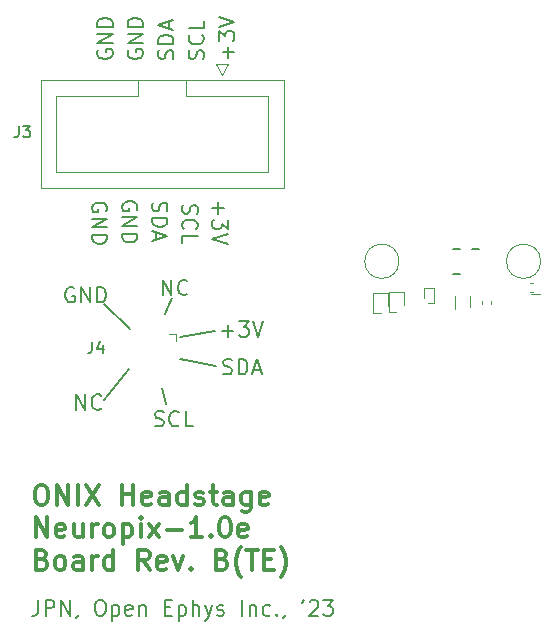
<source format=gbr>
%TF.GenerationSoftware,KiCad,Pcbnew,7.0.6*%
%TF.CreationDate,2023-09-10T10:28:08-04:00*%
%TF.ProjectId,headstage-neuropix1e,68656164-7374-4616-9765-2d6e6575726f,B*%
%TF.SameCoordinates,Original*%
%TF.FileFunction,Legend,Top*%
%TF.FilePolarity,Positive*%
%FSLAX46Y46*%
G04 Gerber Fmt 4.6, Leading zero omitted, Abs format (unit mm)*
G04 Created by KiCad (PCBNEW 7.0.6) date 2023-09-10 10:28:08*
%MOMM*%
%LPD*%
G01*
G04 APERTURE LIST*
%ADD10C,0.150000*%
%ADD11C,0.200000*%
%ADD12C,0.300000*%
%ADD13C,0.120000*%
%ADD14C,0.127000*%
G04 APERTURE END LIST*
D10*
X122500000Y-94440000D02*
X119500000Y-94947500D01*
X113100000Y-100240000D02*
X115200000Y-97640000D01*
X113100000Y-92140000D02*
X115300000Y-94240000D01*
X118000000Y-99240000D02*
X118300000Y-100540000D01*
X118800000Y-91640000D02*
X118200000Y-92940000D01*
X122600000Y-97340000D02*
X119500000Y-96800000D01*
D11*
X119761400Y-83726697D02*
X119699495Y-83912411D01*
X119699495Y-83912411D02*
X119699495Y-84221935D01*
X119699495Y-84221935D02*
X119761400Y-84345744D01*
X119761400Y-84345744D02*
X119823304Y-84407649D01*
X119823304Y-84407649D02*
X119947114Y-84469554D01*
X119947114Y-84469554D02*
X120070923Y-84469554D01*
X120070923Y-84469554D02*
X120194733Y-84407649D01*
X120194733Y-84407649D02*
X120256638Y-84345744D01*
X120256638Y-84345744D02*
X120318542Y-84221935D01*
X120318542Y-84221935D02*
X120380447Y-83974316D01*
X120380447Y-83974316D02*
X120442352Y-83850506D01*
X120442352Y-83850506D02*
X120504257Y-83788601D01*
X120504257Y-83788601D02*
X120628066Y-83726697D01*
X120628066Y-83726697D02*
X120751876Y-83726697D01*
X120751876Y-83726697D02*
X120875685Y-83788601D01*
X120875685Y-83788601D02*
X120937590Y-83850506D01*
X120937590Y-83850506D02*
X120999495Y-83974316D01*
X120999495Y-83974316D02*
X120999495Y-84283839D01*
X120999495Y-84283839D02*
X120937590Y-84469554D01*
X119823304Y-85769553D02*
X119761400Y-85707649D01*
X119761400Y-85707649D02*
X119699495Y-85521934D01*
X119699495Y-85521934D02*
X119699495Y-85398125D01*
X119699495Y-85398125D02*
X119761400Y-85212411D01*
X119761400Y-85212411D02*
X119885209Y-85088601D01*
X119885209Y-85088601D02*
X120009019Y-85026696D01*
X120009019Y-85026696D02*
X120256638Y-84964792D01*
X120256638Y-84964792D02*
X120442352Y-84964792D01*
X120442352Y-84964792D02*
X120689971Y-85026696D01*
X120689971Y-85026696D02*
X120813780Y-85088601D01*
X120813780Y-85088601D02*
X120937590Y-85212411D01*
X120937590Y-85212411D02*
X120999495Y-85398125D01*
X120999495Y-85398125D02*
X120999495Y-85521934D01*
X120999495Y-85521934D02*
X120937590Y-85707649D01*
X120937590Y-85707649D02*
X120875685Y-85769553D01*
X119699495Y-86945744D02*
X119699495Y-86326696D01*
X119699495Y-86326696D02*
X120999495Y-86326696D01*
X107512530Y-117191004D02*
X107512530Y-118119576D01*
X107512530Y-118119576D02*
X107450625Y-118305290D01*
X107450625Y-118305290D02*
X107326816Y-118429100D01*
X107326816Y-118429100D02*
X107141101Y-118491004D01*
X107141101Y-118491004D02*
X107017292Y-118491004D01*
X108131577Y-118491004D02*
X108131577Y-117191004D01*
X108131577Y-117191004D02*
X108626815Y-117191004D01*
X108626815Y-117191004D02*
X108750625Y-117252909D01*
X108750625Y-117252909D02*
X108812530Y-117314814D01*
X108812530Y-117314814D02*
X108874434Y-117438623D01*
X108874434Y-117438623D02*
X108874434Y-117624338D01*
X108874434Y-117624338D02*
X108812530Y-117748147D01*
X108812530Y-117748147D02*
X108750625Y-117810052D01*
X108750625Y-117810052D02*
X108626815Y-117871957D01*
X108626815Y-117871957D02*
X108131577Y-117871957D01*
X109431577Y-118491004D02*
X109431577Y-117191004D01*
X109431577Y-117191004D02*
X110174434Y-118491004D01*
X110174434Y-118491004D02*
X110174434Y-117191004D01*
X110855387Y-118429100D02*
X110855387Y-118491004D01*
X110855387Y-118491004D02*
X110793482Y-118614814D01*
X110793482Y-118614814D02*
X110731578Y-118676719D01*
X112650625Y-117191004D02*
X112898244Y-117191004D01*
X112898244Y-117191004D02*
X113022054Y-117252909D01*
X113022054Y-117252909D02*
X113145863Y-117376719D01*
X113145863Y-117376719D02*
X113207768Y-117624338D01*
X113207768Y-117624338D02*
X113207768Y-118057671D01*
X113207768Y-118057671D02*
X113145863Y-118305290D01*
X113145863Y-118305290D02*
X113022054Y-118429100D01*
X113022054Y-118429100D02*
X112898244Y-118491004D01*
X112898244Y-118491004D02*
X112650625Y-118491004D01*
X112650625Y-118491004D02*
X112526816Y-118429100D01*
X112526816Y-118429100D02*
X112403006Y-118305290D01*
X112403006Y-118305290D02*
X112341102Y-118057671D01*
X112341102Y-118057671D02*
X112341102Y-117624338D01*
X112341102Y-117624338D02*
X112403006Y-117376719D01*
X112403006Y-117376719D02*
X112526816Y-117252909D01*
X112526816Y-117252909D02*
X112650625Y-117191004D01*
X113764911Y-117624338D02*
X113764911Y-118924338D01*
X113764911Y-117686242D02*
X113888721Y-117624338D01*
X113888721Y-117624338D02*
X114136340Y-117624338D01*
X114136340Y-117624338D02*
X114260149Y-117686242D01*
X114260149Y-117686242D02*
X114322054Y-117748147D01*
X114322054Y-117748147D02*
X114383959Y-117871957D01*
X114383959Y-117871957D02*
X114383959Y-118243385D01*
X114383959Y-118243385D02*
X114322054Y-118367195D01*
X114322054Y-118367195D02*
X114260149Y-118429100D01*
X114260149Y-118429100D02*
X114136340Y-118491004D01*
X114136340Y-118491004D02*
X113888721Y-118491004D01*
X113888721Y-118491004D02*
X113764911Y-118429100D01*
X115436339Y-118429100D02*
X115312530Y-118491004D01*
X115312530Y-118491004D02*
X115064911Y-118491004D01*
X115064911Y-118491004D02*
X114941101Y-118429100D01*
X114941101Y-118429100D02*
X114879197Y-118305290D01*
X114879197Y-118305290D02*
X114879197Y-117810052D01*
X114879197Y-117810052D02*
X114941101Y-117686242D01*
X114941101Y-117686242D02*
X115064911Y-117624338D01*
X115064911Y-117624338D02*
X115312530Y-117624338D01*
X115312530Y-117624338D02*
X115436339Y-117686242D01*
X115436339Y-117686242D02*
X115498244Y-117810052D01*
X115498244Y-117810052D02*
X115498244Y-117933861D01*
X115498244Y-117933861D02*
X114879197Y-118057671D01*
X116055387Y-117624338D02*
X116055387Y-118491004D01*
X116055387Y-117748147D02*
X116117292Y-117686242D01*
X116117292Y-117686242D02*
X116241102Y-117624338D01*
X116241102Y-117624338D02*
X116426816Y-117624338D01*
X116426816Y-117624338D02*
X116550625Y-117686242D01*
X116550625Y-117686242D02*
X116612530Y-117810052D01*
X116612530Y-117810052D02*
X116612530Y-118491004D01*
X118222053Y-117810052D02*
X118655387Y-117810052D01*
X118841101Y-118491004D02*
X118222053Y-118491004D01*
X118222053Y-118491004D02*
X118222053Y-117191004D01*
X118222053Y-117191004D02*
X118841101Y-117191004D01*
X119398243Y-117624338D02*
X119398243Y-118924338D01*
X119398243Y-117686242D02*
X119522053Y-117624338D01*
X119522053Y-117624338D02*
X119769672Y-117624338D01*
X119769672Y-117624338D02*
X119893481Y-117686242D01*
X119893481Y-117686242D02*
X119955386Y-117748147D01*
X119955386Y-117748147D02*
X120017291Y-117871957D01*
X120017291Y-117871957D02*
X120017291Y-118243385D01*
X120017291Y-118243385D02*
X119955386Y-118367195D01*
X119955386Y-118367195D02*
X119893481Y-118429100D01*
X119893481Y-118429100D02*
X119769672Y-118491004D01*
X119769672Y-118491004D02*
X119522053Y-118491004D01*
X119522053Y-118491004D02*
X119398243Y-118429100D01*
X120574433Y-118491004D02*
X120574433Y-117191004D01*
X121131576Y-118491004D02*
X121131576Y-117810052D01*
X121131576Y-117810052D02*
X121069671Y-117686242D01*
X121069671Y-117686242D02*
X120945862Y-117624338D01*
X120945862Y-117624338D02*
X120760148Y-117624338D01*
X120760148Y-117624338D02*
X120636338Y-117686242D01*
X120636338Y-117686242D02*
X120574433Y-117748147D01*
X121626814Y-117624338D02*
X121936338Y-118491004D01*
X122245861Y-117624338D02*
X121936338Y-118491004D01*
X121936338Y-118491004D02*
X121812528Y-118800528D01*
X121812528Y-118800528D02*
X121750623Y-118862433D01*
X121750623Y-118862433D02*
X121626814Y-118924338D01*
X122679195Y-118429100D02*
X122803004Y-118491004D01*
X122803004Y-118491004D02*
X123050623Y-118491004D01*
X123050623Y-118491004D02*
X123174433Y-118429100D01*
X123174433Y-118429100D02*
X123236337Y-118305290D01*
X123236337Y-118305290D02*
X123236337Y-118243385D01*
X123236337Y-118243385D02*
X123174433Y-118119576D01*
X123174433Y-118119576D02*
X123050623Y-118057671D01*
X123050623Y-118057671D02*
X122864909Y-118057671D01*
X122864909Y-118057671D02*
X122741099Y-117995766D01*
X122741099Y-117995766D02*
X122679195Y-117871957D01*
X122679195Y-117871957D02*
X122679195Y-117810052D01*
X122679195Y-117810052D02*
X122741099Y-117686242D01*
X122741099Y-117686242D02*
X122864909Y-117624338D01*
X122864909Y-117624338D02*
X123050623Y-117624338D01*
X123050623Y-117624338D02*
X123174433Y-117686242D01*
X124783956Y-118491004D02*
X124783956Y-117191004D01*
X125403004Y-117624338D02*
X125403004Y-118491004D01*
X125403004Y-117748147D02*
X125464909Y-117686242D01*
X125464909Y-117686242D02*
X125588719Y-117624338D01*
X125588719Y-117624338D02*
X125774433Y-117624338D01*
X125774433Y-117624338D02*
X125898242Y-117686242D01*
X125898242Y-117686242D02*
X125960147Y-117810052D01*
X125960147Y-117810052D02*
X125960147Y-118491004D01*
X127136337Y-118429100D02*
X127012528Y-118491004D01*
X127012528Y-118491004D02*
X126764909Y-118491004D01*
X126764909Y-118491004D02*
X126641099Y-118429100D01*
X126641099Y-118429100D02*
X126579194Y-118367195D01*
X126579194Y-118367195D02*
X126517290Y-118243385D01*
X126517290Y-118243385D02*
X126517290Y-117871957D01*
X126517290Y-117871957D02*
X126579194Y-117748147D01*
X126579194Y-117748147D02*
X126641099Y-117686242D01*
X126641099Y-117686242D02*
X126764909Y-117624338D01*
X126764909Y-117624338D02*
X127012528Y-117624338D01*
X127012528Y-117624338D02*
X127136337Y-117686242D01*
X127693480Y-118367195D02*
X127755385Y-118429100D01*
X127755385Y-118429100D02*
X127693480Y-118491004D01*
X127693480Y-118491004D02*
X127631576Y-118429100D01*
X127631576Y-118429100D02*
X127693480Y-118367195D01*
X127693480Y-118367195D02*
X127693480Y-118491004D01*
X128374433Y-118429100D02*
X128374433Y-118491004D01*
X128374433Y-118491004D02*
X128312528Y-118614814D01*
X128312528Y-118614814D02*
X128250624Y-118676719D01*
X129983957Y-117191004D02*
X129860148Y-117438623D01*
X130479196Y-117314814D02*
X130541100Y-117252909D01*
X130541100Y-117252909D02*
X130664910Y-117191004D01*
X130664910Y-117191004D02*
X130974434Y-117191004D01*
X130974434Y-117191004D02*
X131098243Y-117252909D01*
X131098243Y-117252909D02*
X131160148Y-117314814D01*
X131160148Y-117314814D02*
X131222053Y-117438623D01*
X131222053Y-117438623D02*
X131222053Y-117562433D01*
X131222053Y-117562433D02*
X131160148Y-117748147D01*
X131160148Y-117748147D02*
X130417291Y-118491004D01*
X130417291Y-118491004D02*
X131222053Y-118491004D01*
X131655386Y-117191004D02*
X132460148Y-117191004D01*
X132460148Y-117191004D02*
X132026814Y-117686242D01*
X132026814Y-117686242D02*
X132212529Y-117686242D01*
X132212529Y-117686242D02*
X132336338Y-117748147D01*
X132336338Y-117748147D02*
X132398243Y-117810052D01*
X132398243Y-117810052D02*
X132460148Y-117933861D01*
X132460148Y-117933861D02*
X132460148Y-118243385D01*
X132460148Y-118243385D02*
X132398243Y-118367195D01*
X132398243Y-118367195D02*
X132336338Y-118429100D01*
X132336338Y-118429100D02*
X132212529Y-118491004D01*
X132212529Y-118491004D02*
X131841100Y-118491004D01*
X131841100Y-118491004D02*
X131717291Y-118429100D01*
X131717291Y-118429100D02*
X131655386Y-118367195D01*
X112572409Y-70625445D02*
X112510504Y-70749255D01*
X112510504Y-70749255D02*
X112510504Y-70934969D01*
X112510504Y-70934969D02*
X112572409Y-71120683D01*
X112572409Y-71120683D02*
X112696219Y-71244493D01*
X112696219Y-71244493D02*
X112820028Y-71306398D01*
X112820028Y-71306398D02*
X113067647Y-71368302D01*
X113067647Y-71368302D02*
X113253361Y-71368302D01*
X113253361Y-71368302D02*
X113500980Y-71306398D01*
X113500980Y-71306398D02*
X113624790Y-71244493D01*
X113624790Y-71244493D02*
X113748600Y-71120683D01*
X113748600Y-71120683D02*
X113810504Y-70934969D01*
X113810504Y-70934969D02*
X113810504Y-70811160D01*
X113810504Y-70811160D02*
X113748600Y-70625445D01*
X113748600Y-70625445D02*
X113686695Y-70563541D01*
X113686695Y-70563541D02*
X113253361Y-70563541D01*
X113253361Y-70563541D02*
X113253361Y-70811160D01*
X113810504Y-70006398D02*
X112510504Y-70006398D01*
X112510504Y-70006398D02*
X113810504Y-69263541D01*
X113810504Y-69263541D02*
X112510504Y-69263541D01*
X113810504Y-68644493D02*
X112510504Y-68644493D01*
X112510504Y-68644493D02*
X112510504Y-68334969D01*
X112510504Y-68334969D02*
X112572409Y-68149255D01*
X112572409Y-68149255D02*
X112696219Y-68025445D01*
X112696219Y-68025445D02*
X112820028Y-67963540D01*
X112820028Y-67963540D02*
X113067647Y-67901636D01*
X113067647Y-67901636D02*
X113253361Y-67901636D01*
X113253361Y-67901636D02*
X113500980Y-67963540D01*
X113500980Y-67963540D02*
X113624790Y-68025445D01*
X113624790Y-68025445D02*
X113748600Y-68149255D01*
X113748600Y-68149255D02*
X113810504Y-68334969D01*
X113810504Y-68334969D02*
X113810504Y-68644493D01*
X113287590Y-84269554D02*
X113349495Y-84145744D01*
X113349495Y-84145744D02*
X113349495Y-83960030D01*
X113349495Y-83960030D02*
X113287590Y-83774316D01*
X113287590Y-83774316D02*
X113163780Y-83650506D01*
X113163780Y-83650506D02*
X113039971Y-83588601D01*
X113039971Y-83588601D02*
X112792352Y-83526697D01*
X112792352Y-83526697D02*
X112606638Y-83526697D01*
X112606638Y-83526697D02*
X112359019Y-83588601D01*
X112359019Y-83588601D02*
X112235209Y-83650506D01*
X112235209Y-83650506D02*
X112111400Y-83774316D01*
X112111400Y-83774316D02*
X112049495Y-83960030D01*
X112049495Y-83960030D02*
X112049495Y-84083839D01*
X112049495Y-84083839D02*
X112111400Y-84269554D01*
X112111400Y-84269554D02*
X112173304Y-84331458D01*
X112173304Y-84331458D02*
X112606638Y-84331458D01*
X112606638Y-84331458D02*
X112606638Y-84083839D01*
X112049495Y-84888601D02*
X113349495Y-84888601D01*
X113349495Y-84888601D02*
X112049495Y-85631458D01*
X112049495Y-85631458D02*
X113349495Y-85631458D01*
X112049495Y-86250506D02*
X113349495Y-86250506D01*
X113349495Y-86250506D02*
X113349495Y-86560030D01*
X113349495Y-86560030D02*
X113287590Y-86745744D01*
X113287590Y-86745744D02*
X113163780Y-86869554D01*
X113163780Y-86869554D02*
X113039971Y-86931459D01*
X113039971Y-86931459D02*
X112792352Y-86993363D01*
X112792352Y-86993363D02*
X112606638Y-86993363D01*
X112606638Y-86993363D02*
X112359019Y-86931459D01*
X112359019Y-86931459D02*
X112235209Y-86869554D01*
X112235209Y-86869554D02*
X112111400Y-86745744D01*
X112111400Y-86745744D02*
X112049495Y-86560030D01*
X112049495Y-86560030D02*
X112049495Y-86250506D01*
X115147409Y-70625445D02*
X115085504Y-70749255D01*
X115085504Y-70749255D02*
X115085504Y-70934969D01*
X115085504Y-70934969D02*
X115147409Y-71120683D01*
X115147409Y-71120683D02*
X115271219Y-71244493D01*
X115271219Y-71244493D02*
X115395028Y-71306398D01*
X115395028Y-71306398D02*
X115642647Y-71368302D01*
X115642647Y-71368302D02*
X115828361Y-71368302D01*
X115828361Y-71368302D02*
X116075980Y-71306398D01*
X116075980Y-71306398D02*
X116199790Y-71244493D01*
X116199790Y-71244493D02*
X116323600Y-71120683D01*
X116323600Y-71120683D02*
X116385504Y-70934969D01*
X116385504Y-70934969D02*
X116385504Y-70811160D01*
X116385504Y-70811160D02*
X116323600Y-70625445D01*
X116323600Y-70625445D02*
X116261695Y-70563541D01*
X116261695Y-70563541D02*
X115828361Y-70563541D01*
X115828361Y-70563541D02*
X115828361Y-70811160D01*
X116385504Y-70006398D02*
X115085504Y-70006398D01*
X115085504Y-70006398D02*
X116385504Y-69263541D01*
X116385504Y-69263541D02*
X115085504Y-69263541D01*
X116385504Y-68644493D02*
X115085504Y-68644493D01*
X115085504Y-68644493D02*
X115085504Y-68334969D01*
X115085504Y-68334969D02*
X115147409Y-68149255D01*
X115147409Y-68149255D02*
X115271219Y-68025445D01*
X115271219Y-68025445D02*
X115395028Y-67963540D01*
X115395028Y-67963540D02*
X115642647Y-67901636D01*
X115642647Y-67901636D02*
X115828361Y-67901636D01*
X115828361Y-67901636D02*
X116075980Y-67963540D01*
X116075980Y-67963540D02*
X116199790Y-68025445D01*
X116199790Y-68025445D02*
X116323600Y-68149255D01*
X116323600Y-68149255D02*
X116385504Y-68334969D01*
X116385504Y-68334969D02*
X116385504Y-68644493D01*
X123041101Y-94375266D02*
X124031578Y-94375266D01*
X123536339Y-94870504D02*
X123536339Y-93880028D01*
X124526816Y-93570504D02*
X125331578Y-93570504D01*
X125331578Y-93570504D02*
X124898244Y-94065742D01*
X124898244Y-94065742D02*
X125083959Y-94065742D01*
X125083959Y-94065742D02*
X125207768Y-94127647D01*
X125207768Y-94127647D02*
X125269673Y-94189552D01*
X125269673Y-94189552D02*
X125331578Y-94313361D01*
X125331578Y-94313361D02*
X125331578Y-94622885D01*
X125331578Y-94622885D02*
X125269673Y-94746695D01*
X125269673Y-94746695D02*
X125207768Y-94808600D01*
X125207768Y-94808600D02*
X125083959Y-94870504D01*
X125083959Y-94870504D02*
X124712530Y-94870504D01*
X124712530Y-94870504D02*
X124588721Y-94808600D01*
X124588721Y-94808600D02*
X124526816Y-94746695D01*
X125703006Y-93570504D02*
X126136339Y-94870504D01*
X126136339Y-94870504D02*
X126569673Y-93570504D01*
X110741101Y-101070504D02*
X110741101Y-99770504D01*
X110741101Y-99770504D02*
X111483958Y-101070504D01*
X111483958Y-101070504D02*
X111483958Y-99770504D01*
X112845863Y-100946695D02*
X112783959Y-101008600D01*
X112783959Y-101008600D02*
X112598244Y-101070504D01*
X112598244Y-101070504D02*
X112474435Y-101070504D01*
X112474435Y-101070504D02*
X112288721Y-101008600D01*
X112288721Y-101008600D02*
X112164911Y-100884790D01*
X112164911Y-100884790D02*
X112103006Y-100760980D01*
X112103006Y-100760980D02*
X112041102Y-100513361D01*
X112041102Y-100513361D02*
X112041102Y-100327647D01*
X112041102Y-100327647D02*
X112103006Y-100080028D01*
X112103006Y-100080028D02*
X112164911Y-99956219D01*
X112164911Y-99956219D02*
X112288721Y-99832409D01*
X112288721Y-99832409D02*
X112474435Y-99770504D01*
X112474435Y-99770504D02*
X112598244Y-99770504D01*
X112598244Y-99770504D02*
X112783959Y-99832409D01*
X112783959Y-99832409D02*
X112845863Y-99894314D01*
D12*
X107625939Y-107433853D02*
X107949748Y-107433853D01*
X107949748Y-107433853D02*
X108111653Y-107514805D01*
X108111653Y-107514805D02*
X108273558Y-107676710D01*
X108273558Y-107676710D02*
X108354510Y-108000520D01*
X108354510Y-108000520D02*
X108354510Y-108567186D01*
X108354510Y-108567186D02*
X108273558Y-108890996D01*
X108273558Y-108890996D02*
X108111653Y-109052901D01*
X108111653Y-109052901D02*
X107949748Y-109133853D01*
X107949748Y-109133853D02*
X107625939Y-109133853D01*
X107625939Y-109133853D02*
X107464034Y-109052901D01*
X107464034Y-109052901D02*
X107302129Y-108890996D01*
X107302129Y-108890996D02*
X107221177Y-108567186D01*
X107221177Y-108567186D02*
X107221177Y-108000520D01*
X107221177Y-108000520D02*
X107302129Y-107676710D01*
X107302129Y-107676710D02*
X107464034Y-107514805D01*
X107464034Y-107514805D02*
X107625939Y-107433853D01*
X109083081Y-109133853D02*
X109083081Y-107433853D01*
X109083081Y-107433853D02*
X110054510Y-109133853D01*
X110054510Y-109133853D02*
X110054510Y-107433853D01*
X110864033Y-109133853D02*
X110864033Y-107433853D01*
X111511653Y-107433853D02*
X112644986Y-109133853D01*
X112644986Y-107433853D02*
X111511653Y-109133853D01*
X114587843Y-109133853D02*
X114587843Y-107433853D01*
X114587843Y-108243377D02*
X115559272Y-108243377D01*
X115559272Y-109133853D02*
X115559272Y-107433853D01*
X117016414Y-109052901D02*
X116854510Y-109133853D01*
X116854510Y-109133853D02*
X116530700Y-109133853D01*
X116530700Y-109133853D02*
X116368795Y-109052901D01*
X116368795Y-109052901D02*
X116287843Y-108890996D01*
X116287843Y-108890996D02*
X116287843Y-108243377D01*
X116287843Y-108243377D02*
X116368795Y-108081472D01*
X116368795Y-108081472D02*
X116530700Y-108000520D01*
X116530700Y-108000520D02*
X116854510Y-108000520D01*
X116854510Y-108000520D02*
X117016414Y-108081472D01*
X117016414Y-108081472D02*
X117097367Y-108243377D01*
X117097367Y-108243377D02*
X117097367Y-108405281D01*
X117097367Y-108405281D02*
X116287843Y-108567186D01*
X118554510Y-109133853D02*
X118554510Y-108243377D01*
X118554510Y-108243377D02*
X118473557Y-108081472D01*
X118473557Y-108081472D02*
X118311653Y-108000520D01*
X118311653Y-108000520D02*
X117987843Y-108000520D01*
X117987843Y-108000520D02*
X117825938Y-108081472D01*
X118554510Y-109052901D02*
X118392605Y-109133853D01*
X118392605Y-109133853D02*
X117987843Y-109133853D01*
X117987843Y-109133853D02*
X117825938Y-109052901D01*
X117825938Y-109052901D02*
X117744986Y-108890996D01*
X117744986Y-108890996D02*
X117744986Y-108729091D01*
X117744986Y-108729091D02*
X117825938Y-108567186D01*
X117825938Y-108567186D02*
X117987843Y-108486234D01*
X117987843Y-108486234D02*
X118392605Y-108486234D01*
X118392605Y-108486234D02*
X118554510Y-108405281D01*
X120092605Y-109133853D02*
X120092605Y-107433853D01*
X120092605Y-109052901D02*
X119930700Y-109133853D01*
X119930700Y-109133853D02*
X119606891Y-109133853D01*
X119606891Y-109133853D02*
X119444986Y-109052901D01*
X119444986Y-109052901D02*
X119364033Y-108971948D01*
X119364033Y-108971948D02*
X119283081Y-108810043D01*
X119283081Y-108810043D02*
X119283081Y-108324329D01*
X119283081Y-108324329D02*
X119364033Y-108162424D01*
X119364033Y-108162424D02*
X119444986Y-108081472D01*
X119444986Y-108081472D02*
X119606891Y-108000520D01*
X119606891Y-108000520D02*
X119930700Y-108000520D01*
X119930700Y-108000520D02*
X120092605Y-108081472D01*
X120821176Y-109052901D02*
X120983081Y-109133853D01*
X120983081Y-109133853D02*
X121306890Y-109133853D01*
X121306890Y-109133853D02*
X121468795Y-109052901D01*
X121468795Y-109052901D02*
X121549747Y-108890996D01*
X121549747Y-108890996D02*
X121549747Y-108810043D01*
X121549747Y-108810043D02*
X121468795Y-108648139D01*
X121468795Y-108648139D02*
X121306890Y-108567186D01*
X121306890Y-108567186D02*
X121064033Y-108567186D01*
X121064033Y-108567186D02*
X120902128Y-108486234D01*
X120902128Y-108486234D02*
X120821176Y-108324329D01*
X120821176Y-108324329D02*
X120821176Y-108243377D01*
X120821176Y-108243377D02*
X120902128Y-108081472D01*
X120902128Y-108081472D02*
X121064033Y-108000520D01*
X121064033Y-108000520D02*
X121306890Y-108000520D01*
X121306890Y-108000520D02*
X121468795Y-108081472D01*
X122035461Y-108000520D02*
X122683080Y-108000520D01*
X122278318Y-107433853D02*
X122278318Y-108890996D01*
X122278318Y-108890996D02*
X122359271Y-109052901D01*
X122359271Y-109052901D02*
X122521176Y-109133853D01*
X122521176Y-109133853D02*
X122683080Y-109133853D01*
X123978319Y-109133853D02*
X123978319Y-108243377D01*
X123978319Y-108243377D02*
X123897366Y-108081472D01*
X123897366Y-108081472D02*
X123735462Y-108000520D01*
X123735462Y-108000520D02*
X123411652Y-108000520D01*
X123411652Y-108000520D02*
X123249747Y-108081472D01*
X123978319Y-109052901D02*
X123816414Y-109133853D01*
X123816414Y-109133853D02*
X123411652Y-109133853D01*
X123411652Y-109133853D02*
X123249747Y-109052901D01*
X123249747Y-109052901D02*
X123168795Y-108890996D01*
X123168795Y-108890996D02*
X123168795Y-108729091D01*
X123168795Y-108729091D02*
X123249747Y-108567186D01*
X123249747Y-108567186D02*
X123411652Y-108486234D01*
X123411652Y-108486234D02*
X123816414Y-108486234D01*
X123816414Y-108486234D02*
X123978319Y-108405281D01*
X125516414Y-108000520D02*
X125516414Y-109376710D01*
X125516414Y-109376710D02*
X125435461Y-109538615D01*
X125435461Y-109538615D02*
X125354509Y-109619567D01*
X125354509Y-109619567D02*
X125192604Y-109700520D01*
X125192604Y-109700520D02*
X124949747Y-109700520D01*
X124949747Y-109700520D02*
X124787842Y-109619567D01*
X125516414Y-109052901D02*
X125354509Y-109133853D01*
X125354509Y-109133853D02*
X125030700Y-109133853D01*
X125030700Y-109133853D02*
X124868795Y-109052901D01*
X124868795Y-109052901D02*
X124787842Y-108971948D01*
X124787842Y-108971948D02*
X124706890Y-108810043D01*
X124706890Y-108810043D02*
X124706890Y-108324329D01*
X124706890Y-108324329D02*
X124787842Y-108162424D01*
X124787842Y-108162424D02*
X124868795Y-108081472D01*
X124868795Y-108081472D02*
X125030700Y-108000520D01*
X125030700Y-108000520D02*
X125354509Y-108000520D01*
X125354509Y-108000520D02*
X125516414Y-108081472D01*
X126973556Y-109052901D02*
X126811652Y-109133853D01*
X126811652Y-109133853D02*
X126487842Y-109133853D01*
X126487842Y-109133853D02*
X126325937Y-109052901D01*
X126325937Y-109052901D02*
X126244985Y-108890996D01*
X126244985Y-108890996D02*
X126244985Y-108243377D01*
X126244985Y-108243377D02*
X126325937Y-108081472D01*
X126325937Y-108081472D02*
X126487842Y-108000520D01*
X126487842Y-108000520D02*
X126811652Y-108000520D01*
X126811652Y-108000520D02*
X126973556Y-108081472D01*
X126973556Y-108081472D02*
X127054509Y-108243377D01*
X127054509Y-108243377D02*
X127054509Y-108405281D01*
X127054509Y-108405281D02*
X126244985Y-108567186D01*
X107302129Y-111870853D02*
X107302129Y-110170853D01*
X107302129Y-110170853D02*
X108273558Y-111870853D01*
X108273558Y-111870853D02*
X108273558Y-110170853D01*
X109730700Y-111789901D02*
X109568796Y-111870853D01*
X109568796Y-111870853D02*
X109244986Y-111870853D01*
X109244986Y-111870853D02*
X109083081Y-111789901D01*
X109083081Y-111789901D02*
X109002129Y-111627996D01*
X109002129Y-111627996D02*
X109002129Y-110980377D01*
X109002129Y-110980377D02*
X109083081Y-110818472D01*
X109083081Y-110818472D02*
X109244986Y-110737520D01*
X109244986Y-110737520D02*
X109568796Y-110737520D01*
X109568796Y-110737520D02*
X109730700Y-110818472D01*
X109730700Y-110818472D02*
X109811653Y-110980377D01*
X109811653Y-110980377D02*
X109811653Y-111142281D01*
X109811653Y-111142281D02*
X109002129Y-111304186D01*
X111268796Y-110737520D02*
X111268796Y-111870853D01*
X110540224Y-110737520D02*
X110540224Y-111627996D01*
X110540224Y-111627996D02*
X110621177Y-111789901D01*
X110621177Y-111789901D02*
X110783082Y-111870853D01*
X110783082Y-111870853D02*
X111025939Y-111870853D01*
X111025939Y-111870853D02*
X111187843Y-111789901D01*
X111187843Y-111789901D02*
X111268796Y-111708948D01*
X112078319Y-111870853D02*
X112078319Y-110737520D01*
X112078319Y-111061329D02*
X112159272Y-110899424D01*
X112159272Y-110899424D02*
X112240224Y-110818472D01*
X112240224Y-110818472D02*
X112402129Y-110737520D01*
X112402129Y-110737520D02*
X112564034Y-110737520D01*
X113373558Y-111870853D02*
X113211653Y-111789901D01*
X113211653Y-111789901D02*
X113130700Y-111708948D01*
X113130700Y-111708948D02*
X113049748Y-111547043D01*
X113049748Y-111547043D02*
X113049748Y-111061329D01*
X113049748Y-111061329D02*
X113130700Y-110899424D01*
X113130700Y-110899424D02*
X113211653Y-110818472D01*
X113211653Y-110818472D02*
X113373558Y-110737520D01*
X113373558Y-110737520D02*
X113616415Y-110737520D01*
X113616415Y-110737520D02*
X113778319Y-110818472D01*
X113778319Y-110818472D02*
X113859272Y-110899424D01*
X113859272Y-110899424D02*
X113940224Y-111061329D01*
X113940224Y-111061329D02*
X113940224Y-111547043D01*
X113940224Y-111547043D02*
X113859272Y-111708948D01*
X113859272Y-111708948D02*
X113778319Y-111789901D01*
X113778319Y-111789901D02*
X113616415Y-111870853D01*
X113616415Y-111870853D02*
X113373558Y-111870853D01*
X114668795Y-110737520D02*
X114668795Y-112437520D01*
X114668795Y-110818472D02*
X114830700Y-110737520D01*
X114830700Y-110737520D02*
X115154510Y-110737520D01*
X115154510Y-110737520D02*
X115316414Y-110818472D01*
X115316414Y-110818472D02*
X115397367Y-110899424D01*
X115397367Y-110899424D02*
X115478319Y-111061329D01*
X115478319Y-111061329D02*
X115478319Y-111547043D01*
X115478319Y-111547043D02*
X115397367Y-111708948D01*
X115397367Y-111708948D02*
X115316414Y-111789901D01*
X115316414Y-111789901D02*
X115154510Y-111870853D01*
X115154510Y-111870853D02*
X114830700Y-111870853D01*
X114830700Y-111870853D02*
X114668795Y-111789901D01*
X116206890Y-111870853D02*
X116206890Y-110737520D01*
X116206890Y-110170853D02*
X116125938Y-110251805D01*
X116125938Y-110251805D02*
X116206890Y-110332758D01*
X116206890Y-110332758D02*
X116287843Y-110251805D01*
X116287843Y-110251805D02*
X116206890Y-110170853D01*
X116206890Y-110170853D02*
X116206890Y-110332758D01*
X116854510Y-111870853D02*
X117744986Y-110737520D01*
X116854510Y-110737520D02*
X117744986Y-111870853D01*
X118392604Y-111223234D02*
X119687843Y-111223234D01*
X121387843Y-111870853D02*
X120416414Y-111870853D01*
X120902128Y-111870853D02*
X120902128Y-110170853D01*
X120902128Y-110170853D02*
X120740224Y-110413710D01*
X120740224Y-110413710D02*
X120578319Y-110575615D01*
X120578319Y-110575615D02*
X120416414Y-110656567D01*
X122116414Y-111708948D02*
X122197367Y-111789901D01*
X122197367Y-111789901D02*
X122116414Y-111870853D01*
X122116414Y-111870853D02*
X122035462Y-111789901D01*
X122035462Y-111789901D02*
X122116414Y-111708948D01*
X122116414Y-111708948D02*
X122116414Y-111870853D01*
X123249748Y-110170853D02*
X123411653Y-110170853D01*
X123411653Y-110170853D02*
X123573557Y-110251805D01*
X123573557Y-110251805D02*
X123654510Y-110332758D01*
X123654510Y-110332758D02*
X123735462Y-110494662D01*
X123735462Y-110494662D02*
X123816415Y-110818472D01*
X123816415Y-110818472D02*
X123816415Y-111223234D01*
X123816415Y-111223234D02*
X123735462Y-111547043D01*
X123735462Y-111547043D02*
X123654510Y-111708948D01*
X123654510Y-111708948D02*
X123573557Y-111789901D01*
X123573557Y-111789901D02*
X123411653Y-111870853D01*
X123411653Y-111870853D02*
X123249748Y-111870853D01*
X123249748Y-111870853D02*
X123087843Y-111789901D01*
X123087843Y-111789901D02*
X123006891Y-111708948D01*
X123006891Y-111708948D02*
X122925938Y-111547043D01*
X122925938Y-111547043D02*
X122844986Y-111223234D01*
X122844986Y-111223234D02*
X122844986Y-110818472D01*
X122844986Y-110818472D02*
X122925938Y-110494662D01*
X122925938Y-110494662D02*
X123006891Y-110332758D01*
X123006891Y-110332758D02*
X123087843Y-110251805D01*
X123087843Y-110251805D02*
X123249748Y-110170853D01*
X125192605Y-111789901D02*
X125030701Y-111870853D01*
X125030701Y-111870853D02*
X124706891Y-111870853D01*
X124706891Y-111870853D02*
X124544986Y-111789901D01*
X124544986Y-111789901D02*
X124464034Y-111627996D01*
X124464034Y-111627996D02*
X124464034Y-110980377D01*
X124464034Y-110980377D02*
X124544986Y-110818472D01*
X124544986Y-110818472D02*
X124706891Y-110737520D01*
X124706891Y-110737520D02*
X125030701Y-110737520D01*
X125030701Y-110737520D02*
X125192605Y-110818472D01*
X125192605Y-110818472D02*
X125273558Y-110980377D01*
X125273558Y-110980377D02*
X125273558Y-111142281D01*
X125273558Y-111142281D02*
X124464034Y-111304186D01*
X107868796Y-113717377D02*
X108111653Y-113798329D01*
X108111653Y-113798329D02*
X108192606Y-113879281D01*
X108192606Y-113879281D02*
X108273558Y-114041186D01*
X108273558Y-114041186D02*
X108273558Y-114284043D01*
X108273558Y-114284043D02*
X108192606Y-114445948D01*
X108192606Y-114445948D02*
X108111653Y-114526901D01*
X108111653Y-114526901D02*
X107949748Y-114607853D01*
X107949748Y-114607853D02*
X107302129Y-114607853D01*
X107302129Y-114607853D02*
X107302129Y-112907853D01*
X107302129Y-112907853D02*
X107868796Y-112907853D01*
X107868796Y-112907853D02*
X108030701Y-112988805D01*
X108030701Y-112988805D02*
X108111653Y-113069758D01*
X108111653Y-113069758D02*
X108192606Y-113231662D01*
X108192606Y-113231662D02*
X108192606Y-113393567D01*
X108192606Y-113393567D02*
X108111653Y-113555472D01*
X108111653Y-113555472D02*
X108030701Y-113636424D01*
X108030701Y-113636424D02*
X107868796Y-113717377D01*
X107868796Y-113717377D02*
X107302129Y-113717377D01*
X109244987Y-114607853D02*
X109083082Y-114526901D01*
X109083082Y-114526901D02*
X109002129Y-114445948D01*
X109002129Y-114445948D02*
X108921177Y-114284043D01*
X108921177Y-114284043D02*
X108921177Y-113798329D01*
X108921177Y-113798329D02*
X109002129Y-113636424D01*
X109002129Y-113636424D02*
X109083082Y-113555472D01*
X109083082Y-113555472D02*
X109244987Y-113474520D01*
X109244987Y-113474520D02*
X109487844Y-113474520D01*
X109487844Y-113474520D02*
X109649748Y-113555472D01*
X109649748Y-113555472D02*
X109730701Y-113636424D01*
X109730701Y-113636424D02*
X109811653Y-113798329D01*
X109811653Y-113798329D02*
X109811653Y-114284043D01*
X109811653Y-114284043D02*
X109730701Y-114445948D01*
X109730701Y-114445948D02*
X109649748Y-114526901D01*
X109649748Y-114526901D02*
X109487844Y-114607853D01*
X109487844Y-114607853D02*
X109244987Y-114607853D01*
X111268796Y-114607853D02*
X111268796Y-113717377D01*
X111268796Y-113717377D02*
X111187843Y-113555472D01*
X111187843Y-113555472D02*
X111025939Y-113474520D01*
X111025939Y-113474520D02*
X110702129Y-113474520D01*
X110702129Y-113474520D02*
X110540224Y-113555472D01*
X111268796Y-114526901D02*
X111106891Y-114607853D01*
X111106891Y-114607853D02*
X110702129Y-114607853D01*
X110702129Y-114607853D02*
X110540224Y-114526901D01*
X110540224Y-114526901D02*
X110459272Y-114364996D01*
X110459272Y-114364996D02*
X110459272Y-114203091D01*
X110459272Y-114203091D02*
X110540224Y-114041186D01*
X110540224Y-114041186D02*
X110702129Y-113960234D01*
X110702129Y-113960234D02*
X111106891Y-113960234D01*
X111106891Y-113960234D02*
X111268796Y-113879281D01*
X112078319Y-114607853D02*
X112078319Y-113474520D01*
X112078319Y-113798329D02*
X112159272Y-113636424D01*
X112159272Y-113636424D02*
X112240224Y-113555472D01*
X112240224Y-113555472D02*
X112402129Y-113474520D01*
X112402129Y-113474520D02*
X112564034Y-113474520D01*
X113859272Y-114607853D02*
X113859272Y-112907853D01*
X113859272Y-114526901D02*
X113697367Y-114607853D01*
X113697367Y-114607853D02*
X113373558Y-114607853D01*
X113373558Y-114607853D02*
X113211653Y-114526901D01*
X113211653Y-114526901D02*
X113130700Y-114445948D01*
X113130700Y-114445948D02*
X113049748Y-114284043D01*
X113049748Y-114284043D02*
X113049748Y-113798329D01*
X113049748Y-113798329D02*
X113130700Y-113636424D01*
X113130700Y-113636424D02*
X113211653Y-113555472D01*
X113211653Y-113555472D02*
X113373558Y-113474520D01*
X113373558Y-113474520D02*
X113697367Y-113474520D01*
X113697367Y-113474520D02*
X113859272Y-113555472D01*
X116935462Y-114607853D02*
X116368795Y-113798329D01*
X115964033Y-114607853D02*
X115964033Y-112907853D01*
X115964033Y-112907853D02*
X116611652Y-112907853D01*
X116611652Y-112907853D02*
X116773557Y-112988805D01*
X116773557Y-112988805D02*
X116854510Y-113069758D01*
X116854510Y-113069758D02*
X116935462Y-113231662D01*
X116935462Y-113231662D02*
X116935462Y-113474520D01*
X116935462Y-113474520D02*
X116854510Y-113636424D01*
X116854510Y-113636424D02*
X116773557Y-113717377D01*
X116773557Y-113717377D02*
X116611652Y-113798329D01*
X116611652Y-113798329D02*
X115964033Y-113798329D01*
X118311652Y-114526901D02*
X118149748Y-114607853D01*
X118149748Y-114607853D02*
X117825938Y-114607853D01*
X117825938Y-114607853D02*
X117664033Y-114526901D01*
X117664033Y-114526901D02*
X117583081Y-114364996D01*
X117583081Y-114364996D02*
X117583081Y-113717377D01*
X117583081Y-113717377D02*
X117664033Y-113555472D01*
X117664033Y-113555472D02*
X117825938Y-113474520D01*
X117825938Y-113474520D02*
X118149748Y-113474520D01*
X118149748Y-113474520D02*
X118311652Y-113555472D01*
X118311652Y-113555472D02*
X118392605Y-113717377D01*
X118392605Y-113717377D02*
X118392605Y-113879281D01*
X118392605Y-113879281D02*
X117583081Y-114041186D01*
X118959272Y-113474520D02*
X119364034Y-114607853D01*
X119364034Y-114607853D02*
X119768795Y-113474520D01*
X120416414Y-114445948D02*
X120497367Y-114526901D01*
X120497367Y-114526901D02*
X120416414Y-114607853D01*
X120416414Y-114607853D02*
X120335462Y-114526901D01*
X120335462Y-114526901D02*
X120416414Y-114445948D01*
X120416414Y-114445948D02*
X120416414Y-114607853D01*
X123087843Y-113717377D02*
X123330700Y-113798329D01*
X123330700Y-113798329D02*
X123411653Y-113879281D01*
X123411653Y-113879281D02*
X123492605Y-114041186D01*
X123492605Y-114041186D02*
X123492605Y-114284043D01*
X123492605Y-114284043D02*
X123411653Y-114445948D01*
X123411653Y-114445948D02*
X123330700Y-114526901D01*
X123330700Y-114526901D02*
X123168795Y-114607853D01*
X123168795Y-114607853D02*
X122521176Y-114607853D01*
X122521176Y-114607853D02*
X122521176Y-112907853D01*
X122521176Y-112907853D02*
X123087843Y-112907853D01*
X123087843Y-112907853D02*
X123249748Y-112988805D01*
X123249748Y-112988805D02*
X123330700Y-113069758D01*
X123330700Y-113069758D02*
X123411653Y-113231662D01*
X123411653Y-113231662D02*
X123411653Y-113393567D01*
X123411653Y-113393567D02*
X123330700Y-113555472D01*
X123330700Y-113555472D02*
X123249748Y-113636424D01*
X123249748Y-113636424D02*
X123087843Y-113717377D01*
X123087843Y-113717377D02*
X122521176Y-113717377D01*
X124706891Y-115255472D02*
X124625938Y-115174520D01*
X124625938Y-115174520D02*
X124464034Y-114931662D01*
X124464034Y-114931662D02*
X124383081Y-114769758D01*
X124383081Y-114769758D02*
X124302129Y-114526901D01*
X124302129Y-114526901D02*
X124221176Y-114122139D01*
X124221176Y-114122139D02*
X124221176Y-113798329D01*
X124221176Y-113798329D02*
X124302129Y-113393567D01*
X124302129Y-113393567D02*
X124383081Y-113150710D01*
X124383081Y-113150710D02*
X124464034Y-112988805D01*
X124464034Y-112988805D02*
X124625938Y-112745948D01*
X124625938Y-112745948D02*
X124706891Y-112664996D01*
X125111652Y-112907853D02*
X126083081Y-112907853D01*
X125597367Y-114607853D02*
X125597367Y-112907853D01*
X126649747Y-113717377D02*
X127216414Y-113717377D01*
X127459271Y-114607853D02*
X126649747Y-114607853D01*
X126649747Y-114607853D02*
X126649747Y-112907853D01*
X126649747Y-112907853D02*
X127459271Y-112907853D01*
X128025938Y-115255472D02*
X128106890Y-115174520D01*
X128106890Y-115174520D02*
X128268795Y-114931662D01*
X128268795Y-114931662D02*
X128349747Y-114769758D01*
X128349747Y-114769758D02*
X128430700Y-114526901D01*
X128430700Y-114526901D02*
X128511652Y-114122139D01*
X128511652Y-114122139D02*
X128511652Y-113798329D01*
X128511652Y-113798329D02*
X128430700Y-113393567D01*
X128430700Y-113393567D02*
X128349747Y-113150710D01*
X128349747Y-113150710D02*
X128268795Y-112988805D01*
X128268795Y-112988805D02*
X128106890Y-112745948D01*
X128106890Y-112745948D02*
X128025938Y-112664996D01*
D11*
X117379197Y-102408600D02*
X117564911Y-102470504D01*
X117564911Y-102470504D02*
X117874435Y-102470504D01*
X117874435Y-102470504D02*
X117998244Y-102408600D01*
X117998244Y-102408600D02*
X118060149Y-102346695D01*
X118060149Y-102346695D02*
X118122054Y-102222885D01*
X118122054Y-102222885D02*
X118122054Y-102099076D01*
X118122054Y-102099076D02*
X118060149Y-101975266D01*
X118060149Y-101975266D02*
X117998244Y-101913361D01*
X117998244Y-101913361D02*
X117874435Y-101851457D01*
X117874435Y-101851457D02*
X117626816Y-101789552D01*
X117626816Y-101789552D02*
X117503006Y-101727647D01*
X117503006Y-101727647D02*
X117441101Y-101665742D01*
X117441101Y-101665742D02*
X117379197Y-101541933D01*
X117379197Y-101541933D02*
X117379197Y-101418123D01*
X117379197Y-101418123D02*
X117441101Y-101294314D01*
X117441101Y-101294314D02*
X117503006Y-101232409D01*
X117503006Y-101232409D02*
X117626816Y-101170504D01*
X117626816Y-101170504D02*
X117936339Y-101170504D01*
X117936339Y-101170504D02*
X118122054Y-101232409D01*
X119422053Y-102346695D02*
X119360149Y-102408600D01*
X119360149Y-102408600D02*
X119174434Y-102470504D01*
X119174434Y-102470504D02*
X119050625Y-102470504D01*
X119050625Y-102470504D02*
X118864911Y-102408600D01*
X118864911Y-102408600D02*
X118741101Y-102284790D01*
X118741101Y-102284790D02*
X118679196Y-102160980D01*
X118679196Y-102160980D02*
X118617292Y-101913361D01*
X118617292Y-101913361D02*
X118617292Y-101727647D01*
X118617292Y-101727647D02*
X118679196Y-101480028D01*
X118679196Y-101480028D02*
X118741101Y-101356219D01*
X118741101Y-101356219D02*
X118864911Y-101232409D01*
X118864911Y-101232409D02*
X119050625Y-101170504D01*
X119050625Y-101170504D02*
X119174434Y-101170504D01*
X119174434Y-101170504D02*
X119360149Y-101232409D01*
X119360149Y-101232409D02*
X119422053Y-101294314D01*
X120598244Y-102470504D02*
X119979196Y-102470504D01*
X119979196Y-102470504D02*
X119979196Y-101170504D01*
X118898600Y-71368302D02*
X118960504Y-71182588D01*
X118960504Y-71182588D02*
X118960504Y-70873064D01*
X118960504Y-70873064D02*
X118898600Y-70749255D01*
X118898600Y-70749255D02*
X118836695Y-70687350D01*
X118836695Y-70687350D02*
X118712885Y-70625445D01*
X118712885Y-70625445D02*
X118589076Y-70625445D01*
X118589076Y-70625445D02*
X118465266Y-70687350D01*
X118465266Y-70687350D02*
X118403361Y-70749255D01*
X118403361Y-70749255D02*
X118341457Y-70873064D01*
X118341457Y-70873064D02*
X118279552Y-71120683D01*
X118279552Y-71120683D02*
X118217647Y-71244493D01*
X118217647Y-71244493D02*
X118155742Y-71306398D01*
X118155742Y-71306398D02*
X118031933Y-71368302D01*
X118031933Y-71368302D02*
X117908123Y-71368302D01*
X117908123Y-71368302D02*
X117784314Y-71306398D01*
X117784314Y-71306398D02*
X117722409Y-71244493D01*
X117722409Y-71244493D02*
X117660504Y-71120683D01*
X117660504Y-71120683D02*
X117660504Y-70811160D01*
X117660504Y-70811160D02*
X117722409Y-70625445D01*
X118960504Y-70068303D02*
X117660504Y-70068303D01*
X117660504Y-70068303D02*
X117660504Y-69758779D01*
X117660504Y-69758779D02*
X117722409Y-69573065D01*
X117722409Y-69573065D02*
X117846219Y-69449255D01*
X117846219Y-69449255D02*
X117970028Y-69387350D01*
X117970028Y-69387350D02*
X118217647Y-69325446D01*
X118217647Y-69325446D02*
X118403361Y-69325446D01*
X118403361Y-69325446D02*
X118650980Y-69387350D01*
X118650980Y-69387350D02*
X118774790Y-69449255D01*
X118774790Y-69449255D02*
X118898600Y-69573065D01*
X118898600Y-69573065D02*
X118960504Y-69758779D01*
X118960504Y-69758779D02*
X118960504Y-70068303D01*
X118589076Y-68830207D02*
X118589076Y-68211160D01*
X118960504Y-68954017D02*
X117660504Y-68520684D01*
X117660504Y-68520684D02*
X118960504Y-68087350D01*
X123179197Y-98008600D02*
X123364911Y-98070504D01*
X123364911Y-98070504D02*
X123674435Y-98070504D01*
X123674435Y-98070504D02*
X123798244Y-98008600D01*
X123798244Y-98008600D02*
X123860149Y-97946695D01*
X123860149Y-97946695D02*
X123922054Y-97822885D01*
X123922054Y-97822885D02*
X123922054Y-97699076D01*
X123922054Y-97699076D02*
X123860149Y-97575266D01*
X123860149Y-97575266D02*
X123798244Y-97513361D01*
X123798244Y-97513361D02*
X123674435Y-97451457D01*
X123674435Y-97451457D02*
X123426816Y-97389552D01*
X123426816Y-97389552D02*
X123303006Y-97327647D01*
X123303006Y-97327647D02*
X123241101Y-97265742D01*
X123241101Y-97265742D02*
X123179197Y-97141933D01*
X123179197Y-97141933D02*
X123179197Y-97018123D01*
X123179197Y-97018123D02*
X123241101Y-96894314D01*
X123241101Y-96894314D02*
X123303006Y-96832409D01*
X123303006Y-96832409D02*
X123426816Y-96770504D01*
X123426816Y-96770504D02*
X123736339Y-96770504D01*
X123736339Y-96770504D02*
X123922054Y-96832409D01*
X124479196Y-98070504D02*
X124479196Y-96770504D01*
X124479196Y-96770504D02*
X124788720Y-96770504D01*
X124788720Y-96770504D02*
X124974434Y-96832409D01*
X124974434Y-96832409D02*
X125098244Y-96956219D01*
X125098244Y-96956219D02*
X125160149Y-97080028D01*
X125160149Y-97080028D02*
X125222053Y-97327647D01*
X125222053Y-97327647D02*
X125222053Y-97513361D01*
X125222053Y-97513361D02*
X125160149Y-97760980D01*
X125160149Y-97760980D02*
X125098244Y-97884790D01*
X125098244Y-97884790D02*
X124974434Y-98008600D01*
X124974434Y-98008600D02*
X124788720Y-98070504D01*
X124788720Y-98070504D02*
X124479196Y-98070504D01*
X125717292Y-97699076D02*
X126336339Y-97699076D01*
X125593482Y-98070504D02*
X126026815Y-96770504D01*
X126026815Y-96770504D02*
X126460149Y-98070504D01*
X118041101Y-91370504D02*
X118041101Y-90070504D01*
X118041101Y-90070504D02*
X118783958Y-91370504D01*
X118783958Y-91370504D02*
X118783958Y-90070504D01*
X120145863Y-91246695D02*
X120083959Y-91308600D01*
X120083959Y-91308600D02*
X119898244Y-91370504D01*
X119898244Y-91370504D02*
X119774435Y-91370504D01*
X119774435Y-91370504D02*
X119588721Y-91308600D01*
X119588721Y-91308600D02*
X119464911Y-91184790D01*
X119464911Y-91184790D02*
X119403006Y-91060980D01*
X119403006Y-91060980D02*
X119341102Y-90813361D01*
X119341102Y-90813361D02*
X119341102Y-90627647D01*
X119341102Y-90627647D02*
X119403006Y-90380028D01*
X119403006Y-90380028D02*
X119464911Y-90256219D01*
X119464911Y-90256219D02*
X119588721Y-90132409D01*
X119588721Y-90132409D02*
X119774435Y-90070504D01*
X119774435Y-90070504D02*
X119898244Y-90070504D01*
X119898244Y-90070504D02*
X120083959Y-90132409D01*
X120083959Y-90132409D02*
X120145863Y-90194314D01*
X110522054Y-90732409D02*
X110398244Y-90670504D01*
X110398244Y-90670504D02*
X110212530Y-90670504D01*
X110212530Y-90670504D02*
X110026816Y-90732409D01*
X110026816Y-90732409D02*
X109903006Y-90856219D01*
X109903006Y-90856219D02*
X109841101Y-90980028D01*
X109841101Y-90980028D02*
X109779197Y-91227647D01*
X109779197Y-91227647D02*
X109779197Y-91413361D01*
X109779197Y-91413361D02*
X109841101Y-91660980D01*
X109841101Y-91660980D02*
X109903006Y-91784790D01*
X109903006Y-91784790D02*
X110026816Y-91908600D01*
X110026816Y-91908600D02*
X110212530Y-91970504D01*
X110212530Y-91970504D02*
X110336339Y-91970504D01*
X110336339Y-91970504D02*
X110522054Y-91908600D01*
X110522054Y-91908600D02*
X110583958Y-91846695D01*
X110583958Y-91846695D02*
X110583958Y-91413361D01*
X110583958Y-91413361D02*
X110336339Y-91413361D01*
X111141101Y-91970504D02*
X111141101Y-90670504D01*
X111141101Y-90670504D02*
X111883958Y-91970504D01*
X111883958Y-91970504D02*
X111883958Y-90670504D01*
X112503006Y-91970504D02*
X112503006Y-90670504D01*
X112503006Y-90670504D02*
X112812530Y-90670504D01*
X112812530Y-90670504D02*
X112998244Y-90732409D01*
X112998244Y-90732409D02*
X113122054Y-90856219D01*
X113122054Y-90856219D02*
X113183959Y-90980028D01*
X113183959Y-90980028D02*
X113245863Y-91227647D01*
X113245863Y-91227647D02*
X113245863Y-91413361D01*
X113245863Y-91413361D02*
X113183959Y-91660980D01*
X113183959Y-91660980D02*
X113122054Y-91784790D01*
X113122054Y-91784790D02*
X112998244Y-91908600D01*
X112998244Y-91908600D02*
X112812530Y-91970504D01*
X112812530Y-91970504D02*
X112503006Y-91970504D01*
X123615266Y-71306398D02*
X123615266Y-70315922D01*
X124110504Y-70811160D02*
X123120028Y-70811160D01*
X122810504Y-69820683D02*
X122810504Y-69015921D01*
X122810504Y-69015921D02*
X123305742Y-69449255D01*
X123305742Y-69449255D02*
X123305742Y-69263540D01*
X123305742Y-69263540D02*
X123367647Y-69139731D01*
X123367647Y-69139731D02*
X123429552Y-69077826D01*
X123429552Y-69077826D02*
X123553361Y-69015921D01*
X123553361Y-69015921D02*
X123862885Y-69015921D01*
X123862885Y-69015921D02*
X123986695Y-69077826D01*
X123986695Y-69077826D02*
X124048600Y-69139731D01*
X124048600Y-69139731D02*
X124110504Y-69263540D01*
X124110504Y-69263540D02*
X124110504Y-69634969D01*
X124110504Y-69634969D02*
X124048600Y-69758778D01*
X124048600Y-69758778D02*
X123986695Y-69820683D01*
X122810504Y-68644493D02*
X124110504Y-68211160D01*
X124110504Y-68211160D02*
X122810504Y-67777826D01*
X117211400Y-83526697D02*
X117149495Y-83712411D01*
X117149495Y-83712411D02*
X117149495Y-84021935D01*
X117149495Y-84021935D02*
X117211400Y-84145744D01*
X117211400Y-84145744D02*
X117273304Y-84207649D01*
X117273304Y-84207649D02*
X117397114Y-84269554D01*
X117397114Y-84269554D02*
X117520923Y-84269554D01*
X117520923Y-84269554D02*
X117644733Y-84207649D01*
X117644733Y-84207649D02*
X117706638Y-84145744D01*
X117706638Y-84145744D02*
X117768542Y-84021935D01*
X117768542Y-84021935D02*
X117830447Y-83774316D01*
X117830447Y-83774316D02*
X117892352Y-83650506D01*
X117892352Y-83650506D02*
X117954257Y-83588601D01*
X117954257Y-83588601D02*
X118078066Y-83526697D01*
X118078066Y-83526697D02*
X118201876Y-83526697D01*
X118201876Y-83526697D02*
X118325685Y-83588601D01*
X118325685Y-83588601D02*
X118387590Y-83650506D01*
X118387590Y-83650506D02*
X118449495Y-83774316D01*
X118449495Y-83774316D02*
X118449495Y-84083839D01*
X118449495Y-84083839D02*
X118387590Y-84269554D01*
X117149495Y-84826696D02*
X118449495Y-84826696D01*
X118449495Y-84826696D02*
X118449495Y-85136220D01*
X118449495Y-85136220D02*
X118387590Y-85321934D01*
X118387590Y-85321934D02*
X118263780Y-85445744D01*
X118263780Y-85445744D02*
X118139971Y-85507649D01*
X118139971Y-85507649D02*
X117892352Y-85569553D01*
X117892352Y-85569553D02*
X117706638Y-85569553D01*
X117706638Y-85569553D02*
X117459019Y-85507649D01*
X117459019Y-85507649D02*
X117335209Y-85445744D01*
X117335209Y-85445744D02*
X117211400Y-85321934D01*
X117211400Y-85321934D02*
X117149495Y-85136220D01*
X117149495Y-85136220D02*
X117149495Y-84826696D01*
X117520923Y-86064792D02*
X117520923Y-86683839D01*
X117149495Y-85940982D02*
X118449495Y-86374315D01*
X118449495Y-86374315D02*
X117149495Y-86807649D01*
X115837590Y-84169554D02*
X115899495Y-84045744D01*
X115899495Y-84045744D02*
X115899495Y-83860030D01*
X115899495Y-83860030D02*
X115837590Y-83674316D01*
X115837590Y-83674316D02*
X115713780Y-83550506D01*
X115713780Y-83550506D02*
X115589971Y-83488601D01*
X115589971Y-83488601D02*
X115342352Y-83426697D01*
X115342352Y-83426697D02*
X115156638Y-83426697D01*
X115156638Y-83426697D02*
X114909019Y-83488601D01*
X114909019Y-83488601D02*
X114785209Y-83550506D01*
X114785209Y-83550506D02*
X114661400Y-83674316D01*
X114661400Y-83674316D02*
X114599495Y-83860030D01*
X114599495Y-83860030D02*
X114599495Y-83983839D01*
X114599495Y-83983839D02*
X114661400Y-84169554D01*
X114661400Y-84169554D02*
X114723304Y-84231458D01*
X114723304Y-84231458D02*
X115156638Y-84231458D01*
X115156638Y-84231458D02*
X115156638Y-83983839D01*
X114599495Y-84788601D02*
X115899495Y-84788601D01*
X115899495Y-84788601D02*
X114599495Y-85531458D01*
X114599495Y-85531458D02*
X115899495Y-85531458D01*
X114599495Y-86150506D02*
X115899495Y-86150506D01*
X115899495Y-86150506D02*
X115899495Y-86460030D01*
X115899495Y-86460030D02*
X115837590Y-86645744D01*
X115837590Y-86645744D02*
X115713780Y-86769554D01*
X115713780Y-86769554D02*
X115589971Y-86831459D01*
X115589971Y-86831459D02*
X115342352Y-86893363D01*
X115342352Y-86893363D02*
X115156638Y-86893363D01*
X115156638Y-86893363D02*
X114909019Y-86831459D01*
X114909019Y-86831459D02*
X114785209Y-86769554D01*
X114785209Y-86769554D02*
X114661400Y-86645744D01*
X114661400Y-86645744D02*
X114599495Y-86460030D01*
X114599495Y-86460030D02*
X114599495Y-86150506D01*
X122744733Y-83488601D02*
X122744733Y-84479078D01*
X122249495Y-83983839D02*
X123239971Y-83983839D01*
X123549495Y-84974316D02*
X123549495Y-85779078D01*
X123549495Y-85779078D02*
X123054257Y-85345744D01*
X123054257Y-85345744D02*
X123054257Y-85531459D01*
X123054257Y-85531459D02*
X122992352Y-85655268D01*
X122992352Y-85655268D02*
X122930447Y-85717173D01*
X122930447Y-85717173D02*
X122806638Y-85779078D01*
X122806638Y-85779078D02*
X122497114Y-85779078D01*
X122497114Y-85779078D02*
X122373304Y-85717173D01*
X122373304Y-85717173D02*
X122311400Y-85655268D01*
X122311400Y-85655268D02*
X122249495Y-85531459D01*
X122249495Y-85531459D02*
X122249495Y-85160030D01*
X122249495Y-85160030D02*
X122311400Y-85036221D01*
X122311400Y-85036221D02*
X122373304Y-84974316D01*
X123549495Y-86150506D02*
X122249495Y-86583839D01*
X122249495Y-86583839D02*
X123549495Y-87017173D01*
X121473600Y-71368302D02*
X121535504Y-71182588D01*
X121535504Y-71182588D02*
X121535504Y-70873064D01*
X121535504Y-70873064D02*
X121473600Y-70749255D01*
X121473600Y-70749255D02*
X121411695Y-70687350D01*
X121411695Y-70687350D02*
X121287885Y-70625445D01*
X121287885Y-70625445D02*
X121164076Y-70625445D01*
X121164076Y-70625445D02*
X121040266Y-70687350D01*
X121040266Y-70687350D02*
X120978361Y-70749255D01*
X120978361Y-70749255D02*
X120916457Y-70873064D01*
X120916457Y-70873064D02*
X120854552Y-71120683D01*
X120854552Y-71120683D02*
X120792647Y-71244493D01*
X120792647Y-71244493D02*
X120730742Y-71306398D01*
X120730742Y-71306398D02*
X120606933Y-71368302D01*
X120606933Y-71368302D02*
X120483123Y-71368302D01*
X120483123Y-71368302D02*
X120359314Y-71306398D01*
X120359314Y-71306398D02*
X120297409Y-71244493D01*
X120297409Y-71244493D02*
X120235504Y-71120683D01*
X120235504Y-71120683D02*
X120235504Y-70811160D01*
X120235504Y-70811160D02*
X120297409Y-70625445D01*
X121411695Y-69325446D02*
X121473600Y-69387350D01*
X121473600Y-69387350D02*
X121535504Y-69573065D01*
X121535504Y-69573065D02*
X121535504Y-69696874D01*
X121535504Y-69696874D02*
X121473600Y-69882588D01*
X121473600Y-69882588D02*
X121349790Y-70006398D01*
X121349790Y-70006398D02*
X121225980Y-70068303D01*
X121225980Y-70068303D02*
X120978361Y-70130207D01*
X120978361Y-70130207D02*
X120792647Y-70130207D01*
X120792647Y-70130207D02*
X120545028Y-70068303D01*
X120545028Y-70068303D02*
X120421219Y-70006398D01*
X120421219Y-70006398D02*
X120297409Y-69882588D01*
X120297409Y-69882588D02*
X120235504Y-69696874D01*
X120235504Y-69696874D02*
X120235504Y-69573065D01*
X120235504Y-69573065D02*
X120297409Y-69387350D01*
X120297409Y-69387350D02*
X120359314Y-69325446D01*
X121535504Y-68149255D02*
X121535504Y-68768303D01*
X121535504Y-68768303D02*
X120235504Y-68768303D01*
D10*
X112066666Y-95294819D02*
X112066666Y-96009104D01*
X112066666Y-96009104D02*
X112019047Y-96151961D01*
X112019047Y-96151961D02*
X111923809Y-96247200D01*
X111923809Y-96247200D02*
X111780952Y-96294819D01*
X111780952Y-96294819D02*
X111685714Y-96294819D01*
X112971428Y-95628152D02*
X112971428Y-96294819D01*
X112733333Y-95247200D02*
X112495238Y-95961485D01*
X112495238Y-95961485D02*
X113114285Y-95961485D01*
X105846666Y-77002319D02*
X105846666Y-77716604D01*
X105846666Y-77716604D02*
X105799047Y-77859461D01*
X105799047Y-77859461D02*
X105703809Y-77954700D01*
X105703809Y-77954700D02*
X105560952Y-78002319D01*
X105560952Y-78002319D02*
X105465714Y-78002319D01*
X106227619Y-77002319D02*
X106846666Y-77002319D01*
X106846666Y-77002319D02*
X106513333Y-77383271D01*
X106513333Y-77383271D02*
X106656190Y-77383271D01*
X106656190Y-77383271D02*
X106751428Y-77430890D01*
X106751428Y-77430890D02*
X106799047Y-77478509D01*
X106799047Y-77478509D02*
X106846666Y-77573747D01*
X106846666Y-77573747D02*
X106846666Y-77811842D01*
X106846666Y-77811842D02*
X106799047Y-77907080D01*
X106799047Y-77907080D02*
X106751428Y-77954700D01*
X106751428Y-77954700D02*
X106656190Y-78002319D01*
X106656190Y-78002319D02*
X106370476Y-78002319D01*
X106370476Y-78002319D02*
X106275238Y-77954700D01*
X106275238Y-77954700D02*
X106227619Y-77907080D01*
D13*
%TO.C,J4*%
X119195000Y-94630000D02*
X119195000Y-95265000D01*
X118560000Y-94630000D02*
X119195000Y-94630000D01*
D14*
%TO.C,J1*%
X142600000Y-87500000D02*
X143200000Y-87500000D01*
X143195000Y-89600000D02*
X142605000Y-89600000D01*
X144200000Y-87500000D02*
X144800000Y-87500000D01*
D13*
%TO.C,C21*%
X145810000Y-91892164D02*
X145810000Y-92107836D01*
X145090000Y-91892164D02*
X145090000Y-92107836D01*
%TO.C,U2*%
X138440000Y-92170000D02*
X138440000Y-91070000D01*
X138440000Y-91070000D02*
X137240000Y-91070000D01*
X137240000Y-92770000D02*
X137840000Y-92770000D01*
X137240000Y-91070000D02*
X137240000Y-92770000D01*
%TO.C,U6*%
X141050000Y-92050000D02*
X140550000Y-92050000D01*
X140150000Y-91600000D02*
X140150000Y-90750000D01*
X140150000Y-90750000D02*
X141050000Y-90750000D01*
X141050000Y-90750000D02*
X141050000Y-92050000D01*
%TO.C,U4*%
X142770000Y-92560000D02*
X142770000Y-91400000D01*
X144030000Y-92400000D02*
X144030000Y-91400000D01*
%TO.C,U3*%
X137090000Y-92250000D02*
X137090000Y-91150000D01*
X137090000Y-91150000D02*
X135890000Y-91150000D01*
X135890000Y-92850000D02*
X136490000Y-92850000D01*
X135890000Y-91150000D02*
X135890000Y-92850000D01*
%TO.C,TP1*%
X138050000Y-88500000D02*
G75*
G03*
X138050000Y-88500000I-1450000J0D01*
G01*
%TO.C,C24*%
X149172164Y-90365000D02*
X149387836Y-90365000D01*
X149172164Y-91085000D02*
X149387836Y-91085000D01*
%TO.C,J3*%
X123580000Y-71767500D02*
X122580000Y-71767500D01*
X122580000Y-71767500D02*
X123080000Y-72767500D01*
X123080000Y-72767500D02*
X123580000Y-71767500D01*
X128290000Y-73157500D02*
X128290000Y-82277500D01*
X120050000Y-73157500D02*
X120050000Y-74467500D01*
X107710000Y-73157500D02*
X128290000Y-73157500D01*
X126990000Y-74467500D02*
X126990000Y-80967500D01*
X120050000Y-74467500D02*
X126990000Y-74467500D01*
X115950000Y-74467500D02*
X115950000Y-73157500D01*
X115950000Y-74467500D02*
X115950000Y-74467500D01*
X109010000Y-74467500D02*
X115950000Y-74467500D01*
X126990000Y-80967500D02*
X109010000Y-80967500D01*
X109010000Y-80967500D02*
X109010000Y-74467500D01*
X128290000Y-82277500D02*
X107710000Y-82277500D01*
X107710000Y-82277500D02*
X107710000Y-73157500D01*
%TO.C,D1*%
X150000000Y-91250000D02*
X149200000Y-91250000D01*
%TO.C,TP2*%
X150050000Y-88500000D02*
G75*
G03*
X150050000Y-88500000I-1450000J0D01*
G01*
%TD*%
M02*

</source>
